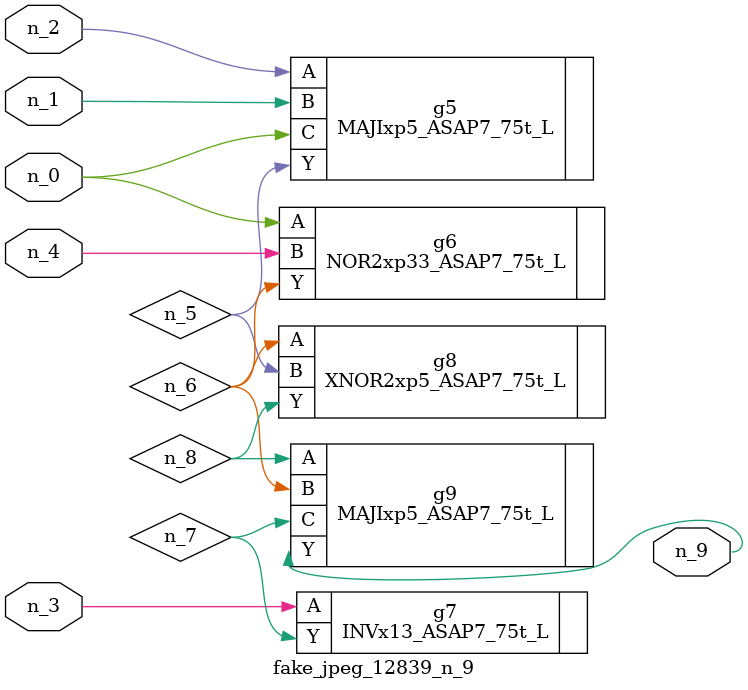
<source format=v>
module fake_jpeg_12839_n_9 (n_3, n_2, n_1, n_0, n_4, n_9);

input n_3;
input n_2;
input n_1;
input n_0;
input n_4;

output n_9;

wire n_8;
wire n_6;
wire n_5;
wire n_7;

MAJIxp5_ASAP7_75t_L g5 ( 
.A(n_2),
.B(n_1),
.C(n_0),
.Y(n_5)
);

NOR2xp33_ASAP7_75t_L g6 ( 
.A(n_0),
.B(n_4),
.Y(n_6)
);

INVx13_ASAP7_75t_L g7 ( 
.A(n_3),
.Y(n_7)
);

XNOR2xp5_ASAP7_75t_L g8 ( 
.A(n_6),
.B(n_5),
.Y(n_8)
);

MAJIxp5_ASAP7_75t_L g9 ( 
.A(n_8),
.B(n_6),
.C(n_7),
.Y(n_9)
);


endmodule
</source>
